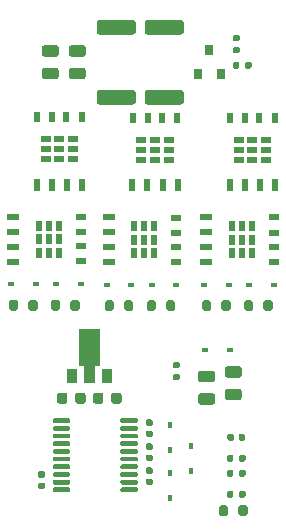
<source format=gbr>
%TF.GenerationSoftware,KiCad,Pcbnew,(5.1.9)-1*%
%TF.CreationDate,2021-11-17T21:41:55-08:00*%
%TF.ProjectId,MCL-102 Bridge,4d434c2d-3130-4322-9042-72696467652e,rev?*%
%TF.SameCoordinates,Original*%
%TF.FileFunction,Paste,Top*%
%TF.FilePolarity,Positive*%
%FSLAX46Y46*%
G04 Gerber Fmt 4.6, Leading zero omitted, Abs format (unit mm)*
G04 Created by KiCad (PCBNEW (5.1.9)-1) date 2021-11-17 21:41:55*
%MOMM*%
%LPD*%
G01*
G04 APERTURE LIST*
%ADD10R,0.600000X0.900000*%
%ADD11R,0.900000X0.600000*%
%ADD12R,1.050000X0.600000*%
%ADD13R,0.600000X1.050000*%
%ADD14R,0.600000X0.450000*%
%ADD15R,0.800000X0.900000*%
%ADD16C,0.100000*%
%ADD17R,0.900000X1.300000*%
%ADD18R,0.450000X0.600000*%
G04 APERTURE END LIST*
%TO.C,C15*%
G36*
G01*
X144584400Y-115131000D02*
X145534400Y-115131000D01*
G75*
G02*
X145784400Y-115381000I0J-250000D01*
G01*
X145784400Y-115881000D01*
G75*
G02*
X145534400Y-116131000I-250000J0D01*
G01*
X144584400Y-116131000D01*
G75*
G02*
X144334400Y-115881000I0J250000D01*
G01*
X144334400Y-115381000D01*
G75*
G02*
X144584400Y-115131000I250000J0D01*
G01*
G37*
G36*
G01*
X144584400Y-113231000D02*
X145534400Y-113231000D01*
G75*
G02*
X145784400Y-113481000I0J-250000D01*
G01*
X145784400Y-113981000D01*
G75*
G02*
X145534400Y-114231000I-250000J0D01*
G01*
X144584400Y-114231000D01*
G75*
G02*
X144334400Y-113981000I0J250000D01*
G01*
X144334400Y-113481000D01*
G75*
G02*
X144584400Y-113231000I250000J0D01*
G01*
G37*
%TD*%
%TO.C,C5*%
G36*
G01*
X146845000Y-114750000D02*
X147795000Y-114750000D01*
G75*
G02*
X148045000Y-115000000I0J-250000D01*
G01*
X148045000Y-115500000D01*
G75*
G02*
X147795000Y-115750000I-250000J0D01*
G01*
X146845000Y-115750000D01*
G75*
G02*
X146595000Y-115500000I0J250000D01*
G01*
X146595000Y-115000000D01*
G75*
G02*
X146845000Y-114750000I250000J0D01*
G01*
G37*
G36*
G01*
X146845000Y-112850000D02*
X147795000Y-112850000D01*
G75*
G02*
X148045000Y-113100000I0J-250000D01*
G01*
X148045000Y-113600000D01*
G75*
G02*
X147795000Y-113850000I-250000J0D01*
G01*
X146845000Y-113850000D01*
G75*
G02*
X146595000Y-113600000I0J250000D01*
G01*
X146595000Y-113100000D01*
G75*
G02*
X146845000Y-112850000I250000J0D01*
G01*
G37*
%TD*%
%TO.C,C16*%
G36*
G01*
X132301000Y-86672000D02*
X131351000Y-86672000D01*
G75*
G02*
X131101000Y-86422000I0J250000D01*
G01*
X131101000Y-85922000D01*
G75*
G02*
X131351000Y-85672000I250000J0D01*
G01*
X132301000Y-85672000D01*
G75*
G02*
X132551000Y-85922000I0J-250000D01*
G01*
X132551000Y-86422000D01*
G75*
G02*
X132301000Y-86672000I-250000J0D01*
G01*
G37*
G36*
G01*
X132301000Y-88572000D02*
X131351000Y-88572000D01*
G75*
G02*
X131101000Y-88322000I0J250000D01*
G01*
X131101000Y-87822000D01*
G75*
G02*
X131351000Y-87572000I250000J0D01*
G01*
X132301000Y-87572000D01*
G75*
G02*
X132551000Y-87822000I0J-250000D01*
G01*
X132551000Y-88322000D01*
G75*
G02*
X132301000Y-88572000I-250000J0D01*
G01*
G37*
%TD*%
%TO.C,C14*%
G36*
G01*
X134587000Y-86672000D02*
X133637000Y-86672000D01*
G75*
G02*
X133387000Y-86422000I0J250000D01*
G01*
X133387000Y-85922000D01*
G75*
G02*
X133637000Y-85672000I250000J0D01*
G01*
X134587000Y-85672000D01*
G75*
G02*
X134837000Y-85922000I0J-250000D01*
G01*
X134837000Y-86422000D01*
G75*
G02*
X134587000Y-86672000I-250000J0D01*
G01*
G37*
G36*
G01*
X134587000Y-88572000D02*
X133637000Y-88572000D01*
G75*
G02*
X133387000Y-88322000I0J250000D01*
G01*
X133387000Y-87822000D01*
G75*
G02*
X133637000Y-87572000I250000J0D01*
G01*
X134587000Y-87572000D01*
G75*
G02*
X134837000Y-87822000I0J-250000D01*
G01*
X134837000Y-88322000D01*
G75*
G02*
X134587000Y-88572000I-250000J0D01*
G01*
G37*
%TD*%
%TO.C,U3*%
G36*
G01*
X137761000Y-117571000D02*
X137761000Y-117371000D01*
G75*
G02*
X137861000Y-117271000I100000J0D01*
G01*
X139136000Y-117271000D01*
G75*
G02*
X139236000Y-117371000I0J-100000D01*
G01*
X139236000Y-117571000D01*
G75*
G02*
X139136000Y-117671000I-100000J0D01*
G01*
X137861000Y-117671000D01*
G75*
G02*
X137761000Y-117571000I0J100000D01*
G01*
G37*
G36*
G01*
X137761000Y-118221000D02*
X137761000Y-118021000D01*
G75*
G02*
X137861000Y-117921000I100000J0D01*
G01*
X139136000Y-117921000D01*
G75*
G02*
X139236000Y-118021000I0J-100000D01*
G01*
X139236000Y-118221000D01*
G75*
G02*
X139136000Y-118321000I-100000J0D01*
G01*
X137861000Y-118321000D01*
G75*
G02*
X137761000Y-118221000I0J100000D01*
G01*
G37*
G36*
G01*
X137761000Y-118871000D02*
X137761000Y-118671000D01*
G75*
G02*
X137861000Y-118571000I100000J0D01*
G01*
X139136000Y-118571000D01*
G75*
G02*
X139236000Y-118671000I0J-100000D01*
G01*
X139236000Y-118871000D01*
G75*
G02*
X139136000Y-118971000I-100000J0D01*
G01*
X137861000Y-118971000D01*
G75*
G02*
X137761000Y-118871000I0J100000D01*
G01*
G37*
G36*
G01*
X137761000Y-119521000D02*
X137761000Y-119321000D01*
G75*
G02*
X137861000Y-119221000I100000J0D01*
G01*
X139136000Y-119221000D01*
G75*
G02*
X139236000Y-119321000I0J-100000D01*
G01*
X139236000Y-119521000D01*
G75*
G02*
X139136000Y-119621000I-100000J0D01*
G01*
X137861000Y-119621000D01*
G75*
G02*
X137761000Y-119521000I0J100000D01*
G01*
G37*
G36*
G01*
X137761000Y-120171000D02*
X137761000Y-119971000D01*
G75*
G02*
X137861000Y-119871000I100000J0D01*
G01*
X139136000Y-119871000D01*
G75*
G02*
X139236000Y-119971000I0J-100000D01*
G01*
X139236000Y-120171000D01*
G75*
G02*
X139136000Y-120271000I-100000J0D01*
G01*
X137861000Y-120271000D01*
G75*
G02*
X137761000Y-120171000I0J100000D01*
G01*
G37*
G36*
G01*
X137761000Y-120821000D02*
X137761000Y-120621000D01*
G75*
G02*
X137861000Y-120521000I100000J0D01*
G01*
X139136000Y-120521000D01*
G75*
G02*
X139236000Y-120621000I0J-100000D01*
G01*
X139236000Y-120821000D01*
G75*
G02*
X139136000Y-120921000I-100000J0D01*
G01*
X137861000Y-120921000D01*
G75*
G02*
X137761000Y-120821000I0J100000D01*
G01*
G37*
G36*
G01*
X137761000Y-121471000D02*
X137761000Y-121271000D01*
G75*
G02*
X137861000Y-121171000I100000J0D01*
G01*
X139136000Y-121171000D01*
G75*
G02*
X139236000Y-121271000I0J-100000D01*
G01*
X139236000Y-121471000D01*
G75*
G02*
X139136000Y-121571000I-100000J0D01*
G01*
X137861000Y-121571000D01*
G75*
G02*
X137761000Y-121471000I0J100000D01*
G01*
G37*
G36*
G01*
X137761000Y-122121000D02*
X137761000Y-121921000D01*
G75*
G02*
X137861000Y-121821000I100000J0D01*
G01*
X139136000Y-121821000D01*
G75*
G02*
X139236000Y-121921000I0J-100000D01*
G01*
X139236000Y-122121000D01*
G75*
G02*
X139136000Y-122221000I-100000J0D01*
G01*
X137861000Y-122221000D01*
G75*
G02*
X137761000Y-122121000I0J100000D01*
G01*
G37*
G36*
G01*
X137761000Y-122771000D02*
X137761000Y-122571000D01*
G75*
G02*
X137861000Y-122471000I100000J0D01*
G01*
X139136000Y-122471000D01*
G75*
G02*
X139236000Y-122571000I0J-100000D01*
G01*
X139236000Y-122771000D01*
G75*
G02*
X139136000Y-122871000I-100000J0D01*
G01*
X137861000Y-122871000D01*
G75*
G02*
X137761000Y-122771000I0J100000D01*
G01*
G37*
G36*
G01*
X137761000Y-123421000D02*
X137761000Y-123221000D01*
G75*
G02*
X137861000Y-123121000I100000J0D01*
G01*
X139136000Y-123121000D01*
G75*
G02*
X139236000Y-123221000I0J-100000D01*
G01*
X139236000Y-123421000D01*
G75*
G02*
X139136000Y-123521000I-100000J0D01*
G01*
X137861000Y-123521000D01*
G75*
G02*
X137761000Y-123421000I0J100000D01*
G01*
G37*
G36*
G01*
X132036000Y-123421000D02*
X132036000Y-123221000D01*
G75*
G02*
X132136000Y-123121000I100000J0D01*
G01*
X133411000Y-123121000D01*
G75*
G02*
X133511000Y-123221000I0J-100000D01*
G01*
X133511000Y-123421000D01*
G75*
G02*
X133411000Y-123521000I-100000J0D01*
G01*
X132136000Y-123521000D01*
G75*
G02*
X132036000Y-123421000I0J100000D01*
G01*
G37*
G36*
G01*
X132036000Y-122771000D02*
X132036000Y-122571000D01*
G75*
G02*
X132136000Y-122471000I100000J0D01*
G01*
X133411000Y-122471000D01*
G75*
G02*
X133511000Y-122571000I0J-100000D01*
G01*
X133511000Y-122771000D01*
G75*
G02*
X133411000Y-122871000I-100000J0D01*
G01*
X132136000Y-122871000D01*
G75*
G02*
X132036000Y-122771000I0J100000D01*
G01*
G37*
G36*
G01*
X132036000Y-122121000D02*
X132036000Y-121921000D01*
G75*
G02*
X132136000Y-121821000I100000J0D01*
G01*
X133411000Y-121821000D01*
G75*
G02*
X133511000Y-121921000I0J-100000D01*
G01*
X133511000Y-122121000D01*
G75*
G02*
X133411000Y-122221000I-100000J0D01*
G01*
X132136000Y-122221000D01*
G75*
G02*
X132036000Y-122121000I0J100000D01*
G01*
G37*
G36*
G01*
X132036000Y-121471000D02*
X132036000Y-121271000D01*
G75*
G02*
X132136000Y-121171000I100000J0D01*
G01*
X133411000Y-121171000D01*
G75*
G02*
X133511000Y-121271000I0J-100000D01*
G01*
X133511000Y-121471000D01*
G75*
G02*
X133411000Y-121571000I-100000J0D01*
G01*
X132136000Y-121571000D01*
G75*
G02*
X132036000Y-121471000I0J100000D01*
G01*
G37*
G36*
G01*
X132036000Y-120821000D02*
X132036000Y-120621000D01*
G75*
G02*
X132136000Y-120521000I100000J0D01*
G01*
X133411000Y-120521000D01*
G75*
G02*
X133511000Y-120621000I0J-100000D01*
G01*
X133511000Y-120821000D01*
G75*
G02*
X133411000Y-120921000I-100000J0D01*
G01*
X132136000Y-120921000D01*
G75*
G02*
X132036000Y-120821000I0J100000D01*
G01*
G37*
G36*
G01*
X132036000Y-120171000D02*
X132036000Y-119971000D01*
G75*
G02*
X132136000Y-119871000I100000J0D01*
G01*
X133411000Y-119871000D01*
G75*
G02*
X133511000Y-119971000I0J-100000D01*
G01*
X133511000Y-120171000D01*
G75*
G02*
X133411000Y-120271000I-100000J0D01*
G01*
X132136000Y-120271000D01*
G75*
G02*
X132036000Y-120171000I0J100000D01*
G01*
G37*
G36*
G01*
X132036000Y-119521000D02*
X132036000Y-119321000D01*
G75*
G02*
X132136000Y-119221000I100000J0D01*
G01*
X133411000Y-119221000D01*
G75*
G02*
X133511000Y-119321000I0J-100000D01*
G01*
X133511000Y-119521000D01*
G75*
G02*
X133411000Y-119621000I-100000J0D01*
G01*
X132136000Y-119621000D01*
G75*
G02*
X132036000Y-119521000I0J100000D01*
G01*
G37*
G36*
G01*
X132036000Y-118871000D02*
X132036000Y-118671000D01*
G75*
G02*
X132136000Y-118571000I100000J0D01*
G01*
X133411000Y-118571000D01*
G75*
G02*
X133511000Y-118671000I0J-100000D01*
G01*
X133511000Y-118871000D01*
G75*
G02*
X133411000Y-118971000I-100000J0D01*
G01*
X132136000Y-118971000D01*
G75*
G02*
X132036000Y-118871000I0J100000D01*
G01*
G37*
G36*
G01*
X132036000Y-118221000D02*
X132036000Y-118021000D01*
G75*
G02*
X132136000Y-117921000I100000J0D01*
G01*
X133411000Y-117921000D01*
G75*
G02*
X133511000Y-118021000I0J-100000D01*
G01*
X133511000Y-118221000D01*
G75*
G02*
X133411000Y-118321000I-100000J0D01*
G01*
X132136000Y-118321000D01*
G75*
G02*
X132036000Y-118221000I0J100000D01*
G01*
G37*
G36*
G01*
X132036000Y-117571000D02*
X132036000Y-117371000D01*
G75*
G02*
X132136000Y-117271000I100000J0D01*
G01*
X133411000Y-117271000D01*
G75*
G02*
X133511000Y-117371000I0J-100000D01*
G01*
X133511000Y-117571000D01*
G75*
G02*
X133411000Y-117671000I-100000J0D01*
G01*
X132136000Y-117671000D01*
G75*
G02*
X132036000Y-117571000I0J100000D01*
G01*
G37*
%TD*%
%TO.C,TH1*%
G36*
G01*
X146895000Y-124820000D02*
X146895000Y-125370000D01*
G75*
G02*
X146695000Y-125570000I-200000J0D01*
G01*
X146295000Y-125570000D01*
G75*
G02*
X146095000Y-125370000I0J200000D01*
G01*
X146095000Y-124820000D01*
G75*
G02*
X146295000Y-124620000I200000J0D01*
G01*
X146695000Y-124620000D01*
G75*
G02*
X146895000Y-124820000I0J-200000D01*
G01*
G37*
G36*
G01*
X148545000Y-124820000D02*
X148545000Y-125370000D01*
G75*
G02*
X148345000Y-125570000I-200000J0D01*
G01*
X147945000Y-125570000D01*
G75*
G02*
X147745000Y-125370000I0J200000D01*
G01*
X147745000Y-124820000D01*
G75*
G02*
X147945000Y-124620000I200000J0D01*
G01*
X148345000Y-124620000D01*
G75*
G02*
X148545000Y-124820000I0J-200000D01*
G01*
G37*
%TD*%
%TO.C,R12*%
G36*
G01*
X129115000Y-107421000D02*
X129115000Y-107971000D01*
G75*
G02*
X128915000Y-108171000I-200000J0D01*
G01*
X128515000Y-108171000D01*
G75*
G02*
X128315000Y-107971000I0J200000D01*
G01*
X128315000Y-107421000D01*
G75*
G02*
X128515000Y-107221000I200000J0D01*
G01*
X128915000Y-107221000D01*
G75*
G02*
X129115000Y-107421000I0J-200000D01*
G01*
G37*
G36*
G01*
X130765000Y-107421000D02*
X130765000Y-107971000D01*
G75*
G02*
X130565000Y-108171000I-200000J0D01*
G01*
X130165000Y-108171000D01*
G75*
G02*
X129965000Y-107971000I0J200000D01*
G01*
X129965000Y-107421000D01*
G75*
G02*
X130165000Y-107221000I200000J0D01*
G01*
X130565000Y-107221000D01*
G75*
G02*
X130765000Y-107421000I0J-200000D01*
G01*
G37*
%TD*%
%TO.C,R11*%
G36*
G01*
X133521000Y-107971000D02*
X133521000Y-107421000D01*
G75*
G02*
X133721000Y-107221000I200000J0D01*
G01*
X134121000Y-107221000D01*
G75*
G02*
X134321000Y-107421000I0J-200000D01*
G01*
X134321000Y-107971000D01*
G75*
G02*
X134121000Y-108171000I-200000J0D01*
G01*
X133721000Y-108171000D01*
G75*
G02*
X133521000Y-107971000I0J200000D01*
G01*
G37*
G36*
G01*
X131871000Y-107971000D02*
X131871000Y-107421000D01*
G75*
G02*
X132071000Y-107221000I200000J0D01*
G01*
X132471000Y-107221000D01*
G75*
G02*
X132671000Y-107421000I0J-200000D01*
G01*
X132671000Y-107971000D01*
G75*
G02*
X132471000Y-108171000I-200000J0D01*
G01*
X132071000Y-108171000D01*
G75*
G02*
X131871000Y-107971000I0J200000D01*
G01*
G37*
%TD*%
D10*
%TO.C,Q6*%
X148037000Y-102138000D03*
D11*
X150737000Y-102738000D03*
D12*
X145017000Y-104048000D03*
X145017000Y-102778000D03*
X145017000Y-100228000D03*
X145017000Y-101498000D03*
D11*
X150737000Y-101538000D03*
X150737000Y-104018000D03*
X150737000Y-100258000D03*
D10*
X147187000Y-102138000D03*
X148887000Y-102138000D03*
X148887000Y-103288000D03*
X147187000Y-103288000D03*
X148037000Y-103288000D03*
X148887000Y-100988000D03*
X147187000Y-100988000D03*
X148037000Y-100988000D03*
%TD*%
D11*
%TO.C,Q5*%
X148936000Y-94514000D03*
D10*
X149536000Y-91814000D03*
D13*
X150846000Y-97534000D03*
X149576000Y-97534000D03*
X147026000Y-97534000D03*
X148296000Y-97534000D03*
D10*
X148336000Y-91814000D03*
X150816000Y-91814000D03*
X147056000Y-91814000D03*
D11*
X148936000Y-95364000D03*
X148936000Y-93664000D03*
X150086000Y-93664000D03*
X150086000Y-95364000D03*
X150086000Y-94514000D03*
X147786000Y-93664000D03*
X147786000Y-95364000D03*
X147786000Y-94514000D03*
%TD*%
D10*
%TO.C,Q4*%
X131689000Y-102108000D03*
D11*
X134389000Y-102708000D03*
D12*
X128669000Y-104018000D03*
X128669000Y-102748000D03*
X128669000Y-100198000D03*
X128669000Y-101468000D03*
D11*
X134389000Y-101508000D03*
X134389000Y-103988000D03*
X134389000Y-100228000D03*
D10*
X130839000Y-102108000D03*
X132539000Y-102108000D03*
X132539000Y-103258000D03*
X130839000Y-103258000D03*
X131689000Y-103258000D03*
X132539000Y-100958000D03*
X130839000Y-100958000D03*
X131689000Y-100958000D03*
%TD*%
D11*
%TO.C,Q3*%
X132588000Y-94484000D03*
D10*
X133188000Y-91784000D03*
D13*
X134498000Y-97504000D03*
X133228000Y-97504000D03*
X130678000Y-97504000D03*
X131948000Y-97504000D03*
D10*
X131988000Y-91784000D03*
X134468000Y-91784000D03*
X130708000Y-91784000D03*
D11*
X132588000Y-95334000D03*
X132588000Y-93634000D03*
X133738000Y-93634000D03*
X133738000Y-95334000D03*
X133738000Y-94484000D03*
X131438000Y-93634000D03*
X131438000Y-95334000D03*
X131438000Y-94484000D03*
%TD*%
D10*
%TO.C,Q2*%
X139791000Y-102148000D03*
D11*
X142491000Y-102748000D03*
D12*
X136771000Y-104058000D03*
X136771000Y-102788000D03*
X136771000Y-100238000D03*
X136771000Y-101508000D03*
D11*
X142491000Y-101548000D03*
X142491000Y-104028000D03*
X142491000Y-100268000D03*
D10*
X138941000Y-102148000D03*
X140641000Y-102148000D03*
X140641000Y-103298000D03*
X138941000Y-103298000D03*
X139791000Y-103298000D03*
X140641000Y-100998000D03*
X138941000Y-100998000D03*
X139791000Y-100998000D03*
%TD*%
D11*
%TO.C,Q1*%
X140690000Y-94524000D03*
D10*
X141290000Y-91824000D03*
D13*
X142600000Y-97544000D03*
X141330000Y-97544000D03*
X138780000Y-97544000D03*
X140050000Y-97544000D03*
D10*
X140090000Y-91824000D03*
X142570000Y-91824000D03*
X138810000Y-91824000D03*
D11*
X140690000Y-95374000D03*
X140690000Y-93674000D03*
X141840000Y-93674000D03*
X141840000Y-95374000D03*
X141840000Y-94524000D03*
X139540000Y-93674000D03*
X139540000Y-95374000D03*
X139540000Y-94524000D03*
%TD*%
D14*
%TO.C,D9*%
X150748000Y-105948000D03*
X148648000Y-105948000D03*
%TD*%
%TO.C,D8*%
X128490000Y-105918000D03*
X130590000Y-105918000D03*
%TD*%
%TO.C,D7*%
X134400000Y-105918000D03*
X132300000Y-105918000D03*
%TD*%
%TO.C,D5*%
X142502000Y-105958000D03*
X140402000Y-105958000D03*
%TD*%
%TO.C,C6*%
G36*
G01*
X136327000Y-115320000D02*
X136327000Y-115820000D01*
G75*
G02*
X136102000Y-116045000I-225000J0D01*
G01*
X135652000Y-116045000D01*
G75*
G02*
X135427000Y-115820000I0J225000D01*
G01*
X135427000Y-115320000D01*
G75*
G02*
X135652000Y-115095000I225000J0D01*
G01*
X136102000Y-115095000D01*
G75*
G02*
X136327000Y-115320000I0J-225000D01*
G01*
G37*
G36*
G01*
X137877000Y-115320000D02*
X137877000Y-115820000D01*
G75*
G02*
X137652000Y-116045000I-225000J0D01*
G01*
X137202000Y-116045000D01*
G75*
G02*
X136977000Y-115820000I0J225000D01*
G01*
X136977000Y-115320000D01*
G75*
G02*
X137202000Y-115095000I225000J0D01*
G01*
X137652000Y-115095000D01*
G75*
G02*
X137877000Y-115320000I0J-225000D01*
G01*
G37*
%TD*%
D15*
%TO.C,U1*%
X145288000Y-86122000D03*
X146238000Y-88122000D03*
X144338000Y-88122000D03*
%TD*%
D16*
%TO.C,U2*%
G36*
X135994500Y-109714000D02*
G01*
X135994500Y-112839000D01*
X135578000Y-112839000D01*
X135578000Y-114314000D01*
X134678000Y-114314000D01*
X134678000Y-112839000D01*
X134261500Y-112839000D01*
X134261500Y-109714000D01*
X135994500Y-109714000D01*
G37*
D17*
X136628000Y-113664000D03*
X133628000Y-113664000D03*
%TD*%
%TO.C,R8*%
G36*
G01*
X148322000Y-87561000D02*
X148322000Y-87191000D01*
G75*
G02*
X148457000Y-87056000I135000J0D01*
G01*
X148727000Y-87056000D01*
G75*
G02*
X148862000Y-87191000I0J-135000D01*
G01*
X148862000Y-87561000D01*
G75*
G02*
X148727000Y-87696000I-135000J0D01*
G01*
X148457000Y-87696000D01*
G75*
G02*
X148322000Y-87561000I0J135000D01*
G01*
G37*
G36*
G01*
X147302000Y-87561000D02*
X147302000Y-87191000D01*
G75*
G02*
X147437000Y-87056000I135000J0D01*
G01*
X147707000Y-87056000D01*
G75*
G02*
X147842000Y-87191000I0J-135000D01*
G01*
X147842000Y-87561000D01*
G75*
G02*
X147707000Y-87696000I-135000J0D01*
G01*
X147437000Y-87696000D01*
G75*
G02*
X147302000Y-87561000I0J135000D01*
G01*
G37*
%TD*%
%TO.C,R7*%
G36*
G01*
X142679000Y-113044000D02*
X142309000Y-113044000D01*
G75*
G02*
X142174000Y-112909000I0J135000D01*
G01*
X142174000Y-112639000D01*
G75*
G02*
X142309000Y-112504000I135000J0D01*
G01*
X142679000Y-112504000D01*
G75*
G02*
X142814000Y-112639000I0J-135000D01*
G01*
X142814000Y-112909000D01*
G75*
G02*
X142679000Y-113044000I-135000J0D01*
G01*
G37*
G36*
G01*
X142679000Y-114064000D02*
X142309000Y-114064000D01*
G75*
G02*
X142174000Y-113929000I0J135000D01*
G01*
X142174000Y-113659000D01*
G75*
G02*
X142309000Y-113524000I135000J0D01*
G01*
X142679000Y-113524000D01*
G75*
G02*
X142814000Y-113659000I0J-135000D01*
G01*
X142814000Y-113929000D01*
G75*
G02*
X142679000Y-114064000I-135000J0D01*
G01*
G37*
%TD*%
%TO.C,R5*%
G36*
G01*
X147334000Y-121735000D02*
X147334000Y-122105000D01*
G75*
G02*
X147199000Y-122240000I-135000J0D01*
G01*
X146929000Y-122240000D01*
G75*
G02*
X146794000Y-122105000I0J135000D01*
G01*
X146794000Y-121735000D01*
G75*
G02*
X146929000Y-121600000I135000J0D01*
G01*
X147199000Y-121600000D01*
G75*
G02*
X147334000Y-121735000I0J-135000D01*
G01*
G37*
G36*
G01*
X148354000Y-121735000D02*
X148354000Y-122105000D01*
G75*
G02*
X148219000Y-122240000I-135000J0D01*
G01*
X147949000Y-122240000D01*
G75*
G02*
X147814000Y-122105000I0J135000D01*
G01*
X147814000Y-121735000D01*
G75*
G02*
X147949000Y-121600000I135000J0D01*
G01*
X148219000Y-121600000D01*
G75*
G02*
X148354000Y-121735000I0J-135000D01*
G01*
G37*
%TD*%
%TO.C,R14*%
G36*
G01*
X145463000Y-107451000D02*
X145463000Y-108001000D01*
G75*
G02*
X145263000Y-108201000I-200000J0D01*
G01*
X144863000Y-108201000D01*
G75*
G02*
X144663000Y-108001000I0J200000D01*
G01*
X144663000Y-107451000D01*
G75*
G02*
X144863000Y-107251000I200000J0D01*
G01*
X145263000Y-107251000D01*
G75*
G02*
X145463000Y-107451000I0J-200000D01*
G01*
G37*
G36*
G01*
X147113000Y-107451000D02*
X147113000Y-108001000D01*
G75*
G02*
X146913000Y-108201000I-200000J0D01*
G01*
X146513000Y-108201000D01*
G75*
G02*
X146313000Y-108001000I0J200000D01*
G01*
X146313000Y-107451000D01*
G75*
G02*
X146513000Y-107251000I200000J0D01*
G01*
X146913000Y-107251000D01*
G75*
G02*
X147113000Y-107451000I0J-200000D01*
G01*
G37*
%TD*%
%TO.C,R13*%
G36*
G01*
X149869000Y-108001000D02*
X149869000Y-107451000D01*
G75*
G02*
X150069000Y-107251000I200000J0D01*
G01*
X150469000Y-107251000D01*
G75*
G02*
X150669000Y-107451000I0J-200000D01*
G01*
X150669000Y-108001000D01*
G75*
G02*
X150469000Y-108201000I-200000J0D01*
G01*
X150069000Y-108201000D01*
G75*
G02*
X149869000Y-108001000I0J200000D01*
G01*
G37*
G36*
G01*
X148219000Y-108001000D02*
X148219000Y-107451000D01*
G75*
G02*
X148419000Y-107251000I200000J0D01*
G01*
X148819000Y-107251000D01*
G75*
G02*
X149019000Y-107451000I0J-200000D01*
G01*
X149019000Y-108001000D01*
G75*
G02*
X148819000Y-108201000I-200000J0D01*
G01*
X148419000Y-108201000D01*
G75*
G02*
X148219000Y-108001000I0J200000D01*
G01*
G37*
%TD*%
%TO.C,R6*%
G36*
G01*
X147759000Y-85358000D02*
X147389000Y-85358000D01*
G75*
G02*
X147254000Y-85223000I0J135000D01*
G01*
X147254000Y-84953000D01*
G75*
G02*
X147389000Y-84818000I135000J0D01*
G01*
X147759000Y-84818000D01*
G75*
G02*
X147894000Y-84953000I0J-135000D01*
G01*
X147894000Y-85223000D01*
G75*
G02*
X147759000Y-85358000I-135000J0D01*
G01*
G37*
G36*
G01*
X147759000Y-86378000D02*
X147389000Y-86378000D01*
G75*
G02*
X147254000Y-86243000I0J135000D01*
G01*
X147254000Y-85973000D01*
G75*
G02*
X147389000Y-85838000I135000J0D01*
G01*
X147759000Y-85838000D01*
G75*
G02*
X147894000Y-85973000I0J-135000D01*
G01*
X147894000Y-86243000D01*
G75*
G02*
X147759000Y-86378000I-135000J0D01*
G01*
G37*
%TD*%
%TO.C,R4*%
G36*
G01*
X147814000Y-120835000D02*
X147814000Y-120465000D01*
G75*
G02*
X147949000Y-120330000I135000J0D01*
G01*
X148219000Y-120330000D01*
G75*
G02*
X148354000Y-120465000I0J-135000D01*
G01*
X148354000Y-120835000D01*
G75*
G02*
X148219000Y-120970000I-135000J0D01*
G01*
X147949000Y-120970000D01*
G75*
G02*
X147814000Y-120835000I0J135000D01*
G01*
G37*
G36*
G01*
X146794000Y-120835000D02*
X146794000Y-120465000D01*
G75*
G02*
X146929000Y-120330000I135000J0D01*
G01*
X147199000Y-120330000D01*
G75*
G02*
X147334000Y-120465000I0J-135000D01*
G01*
X147334000Y-120835000D01*
G75*
G02*
X147199000Y-120970000I-135000J0D01*
G01*
X146929000Y-120970000D01*
G75*
G02*
X146794000Y-120835000I0J135000D01*
G01*
G37*
%TD*%
%TO.C,R1*%
G36*
G01*
X147814000Y-123883000D02*
X147814000Y-123513000D01*
G75*
G02*
X147949000Y-123378000I135000J0D01*
G01*
X148219000Y-123378000D01*
G75*
G02*
X148354000Y-123513000I0J-135000D01*
G01*
X148354000Y-123883000D01*
G75*
G02*
X148219000Y-124018000I-135000J0D01*
G01*
X147949000Y-124018000D01*
G75*
G02*
X147814000Y-123883000I0J135000D01*
G01*
G37*
G36*
G01*
X146794000Y-123883000D02*
X146794000Y-123513000D01*
G75*
G02*
X146929000Y-123378000I135000J0D01*
G01*
X147199000Y-123378000D01*
G75*
G02*
X147334000Y-123513000I0J-135000D01*
G01*
X147334000Y-123883000D01*
G75*
G02*
X147199000Y-124018000I-135000J0D01*
G01*
X146929000Y-124018000D01*
G75*
G02*
X146794000Y-123883000I0J135000D01*
G01*
G37*
%TD*%
%TO.C,R10*%
G36*
G01*
X137217000Y-107461000D02*
X137217000Y-108011000D01*
G75*
G02*
X137017000Y-108211000I-200000J0D01*
G01*
X136617000Y-108211000D01*
G75*
G02*
X136417000Y-108011000I0J200000D01*
G01*
X136417000Y-107461000D01*
G75*
G02*
X136617000Y-107261000I200000J0D01*
G01*
X137017000Y-107261000D01*
G75*
G02*
X137217000Y-107461000I0J-200000D01*
G01*
G37*
G36*
G01*
X138867000Y-107461000D02*
X138867000Y-108011000D01*
G75*
G02*
X138667000Y-108211000I-200000J0D01*
G01*
X138267000Y-108211000D01*
G75*
G02*
X138067000Y-108011000I0J200000D01*
G01*
X138067000Y-107461000D01*
G75*
G02*
X138267000Y-107261000I200000J0D01*
G01*
X138667000Y-107261000D01*
G75*
G02*
X138867000Y-107461000I0J-200000D01*
G01*
G37*
%TD*%
%TO.C,R3*%
G36*
G01*
X135989000Y-89472000D02*
X138839000Y-89472000D01*
G75*
G02*
X139089000Y-89722000I0J-250000D01*
G01*
X139089000Y-90447000D01*
G75*
G02*
X138839000Y-90697000I-250000J0D01*
G01*
X135989000Y-90697000D01*
G75*
G02*
X135739000Y-90447000I0J250000D01*
G01*
X135739000Y-89722000D01*
G75*
G02*
X135989000Y-89472000I250000J0D01*
G01*
G37*
G36*
G01*
X135989000Y-83547000D02*
X138839000Y-83547000D01*
G75*
G02*
X139089000Y-83797000I0J-250000D01*
G01*
X139089000Y-84522000D01*
G75*
G02*
X138839000Y-84772000I-250000J0D01*
G01*
X135989000Y-84772000D01*
G75*
G02*
X135739000Y-84522000I0J250000D01*
G01*
X135739000Y-83797000D01*
G75*
G02*
X135989000Y-83547000I250000J0D01*
G01*
G37*
%TD*%
%TO.C,R2*%
G36*
G01*
X140053000Y-89472000D02*
X142903000Y-89472000D01*
G75*
G02*
X143153000Y-89722000I0J-250000D01*
G01*
X143153000Y-90447000D01*
G75*
G02*
X142903000Y-90697000I-250000J0D01*
G01*
X140053000Y-90697000D01*
G75*
G02*
X139803000Y-90447000I0J250000D01*
G01*
X139803000Y-89722000D01*
G75*
G02*
X140053000Y-89472000I250000J0D01*
G01*
G37*
G36*
G01*
X140053000Y-83547000D02*
X142903000Y-83547000D01*
G75*
G02*
X143153000Y-83797000I0J-250000D01*
G01*
X143153000Y-84522000D01*
G75*
G02*
X142903000Y-84772000I-250000J0D01*
G01*
X140053000Y-84772000D01*
G75*
G02*
X139803000Y-84522000I0J250000D01*
G01*
X139803000Y-83797000D01*
G75*
G02*
X140053000Y-83547000I250000J0D01*
G01*
G37*
%TD*%
%TO.C,R9*%
G36*
G01*
X141623000Y-108011000D02*
X141623000Y-107461000D01*
G75*
G02*
X141823000Y-107261000I200000J0D01*
G01*
X142223000Y-107261000D01*
G75*
G02*
X142423000Y-107461000I0J-200000D01*
G01*
X142423000Y-108011000D01*
G75*
G02*
X142223000Y-108211000I-200000J0D01*
G01*
X141823000Y-108211000D01*
G75*
G02*
X141623000Y-108011000I0J200000D01*
G01*
G37*
G36*
G01*
X139973000Y-108011000D02*
X139973000Y-107461000D01*
G75*
G02*
X140173000Y-107261000I200000J0D01*
G01*
X140573000Y-107261000D01*
G75*
G02*
X140773000Y-107461000I0J-200000D01*
G01*
X140773000Y-108011000D01*
G75*
G02*
X140573000Y-108211000I-200000J0D01*
G01*
X140173000Y-108211000D01*
G75*
G02*
X139973000Y-108011000I0J200000D01*
G01*
G37*
%TD*%
D14*
%TO.C,D10*%
X144838000Y-105948000D03*
X146938000Y-105948000D03*
%TD*%
%TO.C,D1*%
X144911100Y-111506000D03*
X147011100Y-111506000D03*
%TD*%
D18*
%TO.C,D4*%
X141986000Y-123986000D03*
X141986000Y-121886000D03*
%TD*%
%TO.C,D3*%
X143764000Y-121700000D03*
X143764000Y-119600000D03*
%TD*%
%TO.C,D2*%
X141986000Y-119922000D03*
X141986000Y-117822000D03*
%TD*%
D14*
%TO.C,D6*%
X136592000Y-105958000D03*
X138692000Y-105958000D03*
%TD*%
%TO.C,C4*%
G36*
G01*
X147774000Y-119042000D02*
X147774000Y-118702000D01*
G75*
G02*
X147914000Y-118562000I140000J0D01*
G01*
X148194000Y-118562000D01*
G75*
G02*
X148334000Y-118702000I0J-140000D01*
G01*
X148334000Y-119042000D01*
G75*
G02*
X148194000Y-119182000I-140000J0D01*
G01*
X147914000Y-119182000D01*
G75*
G02*
X147774000Y-119042000I0J140000D01*
G01*
G37*
G36*
G01*
X146814000Y-119042000D02*
X146814000Y-118702000D01*
G75*
G02*
X146954000Y-118562000I140000J0D01*
G01*
X147234000Y-118562000D01*
G75*
G02*
X147374000Y-118702000I0J-140000D01*
G01*
X147374000Y-119042000D01*
G75*
G02*
X147234000Y-119182000I-140000J0D01*
G01*
X146954000Y-119182000D01*
G75*
G02*
X146814000Y-119042000I0J140000D01*
G01*
G37*
%TD*%
%TO.C,C8*%
G36*
G01*
X133929000Y-115820000D02*
X133929000Y-115320000D01*
G75*
G02*
X134154000Y-115095000I225000J0D01*
G01*
X134604000Y-115095000D01*
G75*
G02*
X134829000Y-115320000I0J-225000D01*
G01*
X134829000Y-115820000D01*
G75*
G02*
X134604000Y-116045000I-225000J0D01*
G01*
X134154000Y-116045000D01*
G75*
G02*
X133929000Y-115820000I0J225000D01*
G01*
G37*
G36*
G01*
X132379000Y-115820000D02*
X132379000Y-115320000D01*
G75*
G02*
X132604000Y-115095000I225000J0D01*
G01*
X133054000Y-115095000D01*
G75*
G02*
X133279000Y-115320000I0J-225000D01*
G01*
X133279000Y-115820000D01*
G75*
G02*
X133054000Y-116045000I-225000J0D01*
G01*
X132604000Y-116045000D01*
G75*
G02*
X132379000Y-115820000I0J225000D01*
G01*
G37*
%TD*%
%TO.C,C11*%
G36*
G01*
X140378000Y-121974000D02*
X140038000Y-121974000D01*
G75*
G02*
X139898000Y-121834000I0J140000D01*
G01*
X139898000Y-121554000D01*
G75*
G02*
X140038000Y-121414000I140000J0D01*
G01*
X140378000Y-121414000D01*
G75*
G02*
X140518000Y-121554000I0J-140000D01*
G01*
X140518000Y-121834000D01*
G75*
G02*
X140378000Y-121974000I-140000J0D01*
G01*
G37*
G36*
G01*
X140378000Y-122934000D02*
X140038000Y-122934000D01*
G75*
G02*
X139898000Y-122794000I0J140000D01*
G01*
X139898000Y-122514000D01*
G75*
G02*
X140038000Y-122374000I140000J0D01*
G01*
X140378000Y-122374000D01*
G75*
G02*
X140518000Y-122514000I0J-140000D01*
G01*
X140518000Y-122794000D01*
G75*
G02*
X140378000Y-122934000I-140000J0D01*
G01*
G37*
%TD*%
%TO.C,C10*%
G36*
G01*
X140378000Y-119942000D02*
X140038000Y-119942000D01*
G75*
G02*
X139898000Y-119802000I0J140000D01*
G01*
X139898000Y-119522000D01*
G75*
G02*
X140038000Y-119382000I140000J0D01*
G01*
X140378000Y-119382000D01*
G75*
G02*
X140518000Y-119522000I0J-140000D01*
G01*
X140518000Y-119802000D01*
G75*
G02*
X140378000Y-119942000I-140000J0D01*
G01*
G37*
G36*
G01*
X140378000Y-120902000D02*
X140038000Y-120902000D01*
G75*
G02*
X139898000Y-120762000I0J140000D01*
G01*
X139898000Y-120482000D01*
G75*
G02*
X140038000Y-120342000I140000J0D01*
G01*
X140378000Y-120342000D01*
G75*
G02*
X140518000Y-120482000I0J-140000D01*
G01*
X140518000Y-120762000D01*
G75*
G02*
X140378000Y-120902000I-140000J0D01*
G01*
G37*
%TD*%
%TO.C,C9*%
G36*
G01*
X140378000Y-117910000D02*
X140038000Y-117910000D01*
G75*
G02*
X139898000Y-117770000I0J140000D01*
G01*
X139898000Y-117490000D01*
G75*
G02*
X140038000Y-117350000I140000J0D01*
G01*
X140378000Y-117350000D01*
G75*
G02*
X140518000Y-117490000I0J-140000D01*
G01*
X140518000Y-117770000D01*
G75*
G02*
X140378000Y-117910000I-140000J0D01*
G01*
G37*
G36*
G01*
X140378000Y-118870000D02*
X140038000Y-118870000D01*
G75*
G02*
X139898000Y-118730000I0J140000D01*
G01*
X139898000Y-118450000D01*
G75*
G02*
X140038000Y-118310000I140000J0D01*
G01*
X140378000Y-118310000D01*
G75*
G02*
X140518000Y-118450000I0J-140000D01*
G01*
X140518000Y-118730000D01*
G75*
G02*
X140378000Y-118870000I-140000J0D01*
G01*
G37*
%TD*%
%TO.C,C7*%
G36*
G01*
X131259400Y-122306800D02*
X130919400Y-122306800D01*
G75*
G02*
X130779400Y-122166800I0J140000D01*
G01*
X130779400Y-121886800D01*
G75*
G02*
X130919400Y-121746800I140000J0D01*
G01*
X131259400Y-121746800D01*
G75*
G02*
X131399400Y-121886800I0J-140000D01*
G01*
X131399400Y-122166800D01*
G75*
G02*
X131259400Y-122306800I-140000J0D01*
G01*
G37*
G36*
G01*
X131259400Y-123266800D02*
X130919400Y-123266800D01*
G75*
G02*
X130779400Y-123126800I0J140000D01*
G01*
X130779400Y-122846800D01*
G75*
G02*
X130919400Y-122706800I140000J0D01*
G01*
X131259400Y-122706800D01*
G75*
G02*
X131399400Y-122846800I0J-140000D01*
G01*
X131399400Y-123126800D01*
G75*
G02*
X131259400Y-123266800I-140000J0D01*
G01*
G37*
%TD*%
M02*

</source>
